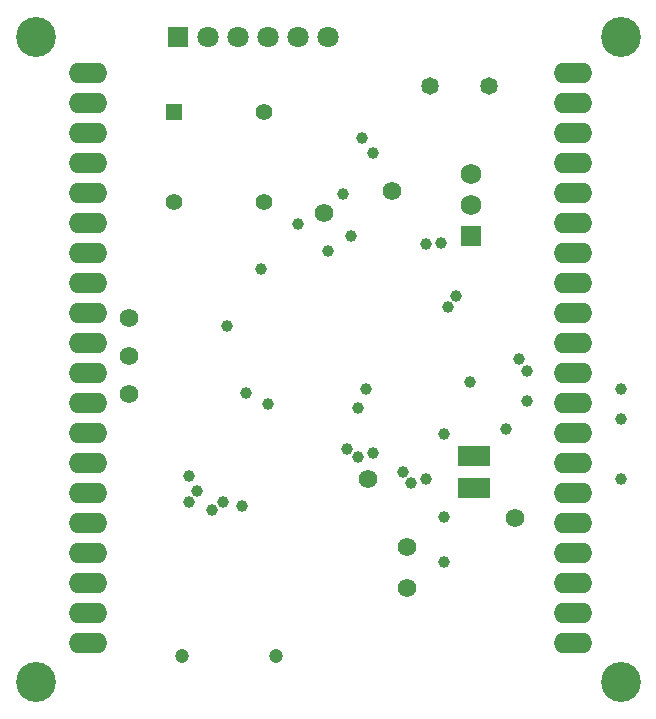
<source format=gbs>
G04*
G04 #@! TF.GenerationSoftware,Altium Limited,Altium Designer,23.2.1 (34)*
G04*
G04 Layer_Color=16711935*
%FSLAX25Y25*%
%MOIN*%
G70*
G04*
G04 #@! TF.SameCoordinates,FA501D23-0FC8-4D01-95ED-A428C5D77BEE*
G04*
G04*
G04 #@! TF.FilePolarity,Negative*
G04*
G01*
G75*
%ADD40R,0.11040X0.06506*%
%ADD51O,0.12800X0.06800*%
%ADD52C,0.05839*%
%ADD53C,0.04737*%
%ADD54C,0.06181*%
%ADD55R,0.05556X0.05556*%
%ADD56C,0.05556*%
%ADD57C,0.06902*%
%ADD58R,0.06902X0.06902*%
%ADD59C,0.07099*%
%ADD60R,0.07099X0.07099*%
%ADD61C,0.13300*%
%ADD62C,0.03950*%
D40*
X156250Y74783D02*
D03*
Y85217D02*
D03*
D51*
X188976Y213110D02*
D03*
Y203110D02*
D03*
Y193110D02*
D03*
Y183110D02*
D03*
Y173110D02*
D03*
Y163110D02*
D03*
Y153110D02*
D03*
Y143110D02*
D03*
Y133110D02*
D03*
Y123110D02*
D03*
Y113110D02*
D03*
Y103110D02*
D03*
Y93110D02*
D03*
Y83110D02*
D03*
Y73110D02*
D03*
Y63110D02*
D03*
Y53110D02*
D03*
Y43110D02*
D03*
Y33110D02*
D03*
Y23110D02*
D03*
X27559Y213110D02*
D03*
Y203110D02*
D03*
Y193110D02*
D03*
Y183110D02*
D03*
Y173110D02*
D03*
Y163110D02*
D03*
Y153110D02*
D03*
Y143110D02*
D03*
Y133110D02*
D03*
Y123110D02*
D03*
Y113110D02*
D03*
Y103110D02*
D03*
Y93110D02*
D03*
Y83110D02*
D03*
Y73110D02*
D03*
Y63110D02*
D03*
Y53110D02*
D03*
Y43110D02*
D03*
Y33110D02*
D03*
Y23110D02*
D03*
D52*
X141408Y208750D02*
D03*
X161092D02*
D03*
D53*
X58755Y18777D02*
D03*
X90156D02*
D03*
D54*
X128750Y173750D02*
D03*
X169732Y64557D02*
D03*
X106250Y166250D02*
D03*
X120777Y77500D02*
D03*
X41250Y106084D02*
D03*
Y131416D02*
D03*
Y118750D02*
D03*
X133750Y55000D02*
D03*
Y41250D02*
D03*
D55*
X56250Y200000D02*
D03*
D56*
Y170000D02*
D03*
X86250D02*
D03*
Y200000D02*
D03*
D57*
X155000Y179234D02*
D03*
Y168998D02*
D03*
D58*
Y158762D02*
D03*
D59*
X87500Y225000D02*
D03*
X67500D02*
D03*
X77500D02*
D03*
X97500D02*
D03*
X107500D02*
D03*
D60*
X57500D02*
D03*
D61*
X10000D02*
D03*
X205000D02*
D03*
Y10000D02*
D03*
X10000D02*
D03*
D62*
X68713Y67425D02*
D03*
X147494Y134999D02*
D03*
X150000Y138750D02*
D03*
X173750Y103750D02*
D03*
Y113750D02*
D03*
X171250Y117500D02*
D03*
X117500Y101250D02*
D03*
X120000Y107500D02*
D03*
X205000D02*
D03*
Y97500D02*
D03*
Y77500D02*
D03*
X140000Y156082D02*
D03*
X145000Y156250D02*
D03*
X118750Y191250D02*
D03*
X115000Y158750D02*
D03*
X112500Y172500D02*
D03*
X122500Y186250D02*
D03*
X154730Y109857D02*
D03*
X80000Y106250D02*
D03*
X73750Y128750D02*
D03*
X146250Y65000D02*
D03*
Y50000D02*
D03*
X87500Y102500D02*
D03*
X78750Y68750D02*
D03*
X135000Y76250D02*
D03*
X166682Y94182D02*
D03*
X146250Y92500D02*
D03*
X113750Y87575D02*
D03*
X117500Y85000D02*
D03*
X122500Y86250D02*
D03*
X132500Y80000D02*
D03*
X140000Y77500D02*
D03*
X63750Y73750D02*
D03*
X61250Y78750D02*
D03*
X85000Y147500D02*
D03*
X97500Y162588D02*
D03*
X61250Y70000D02*
D03*
X72500D02*
D03*
X107500Y153750D02*
D03*
M02*

</source>
